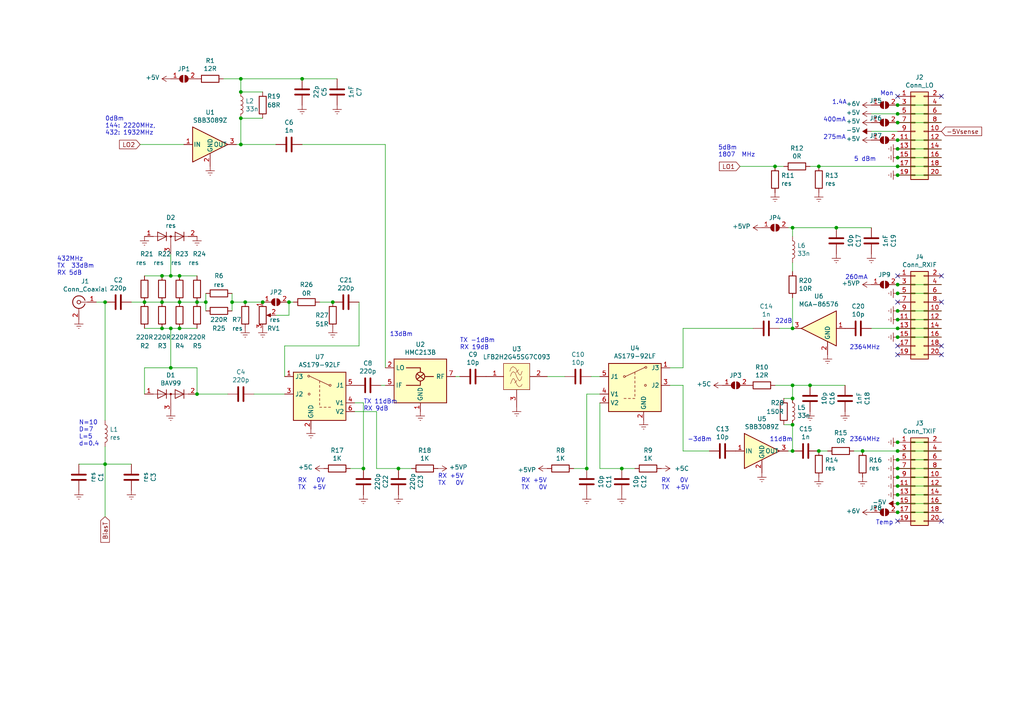
<source format=kicad_sch>
(kicad_sch (version 20211123) (generator eeschema)
  (paper "A4")
  (lib_symbols
    (symbol "Connector:Conn_Coaxial" (pin_names (offset 1.016) hide)
      (property "Reference" "J" (at 0.254 3.048 0))
      (property "Value" "Conn_Coaxial" (at 2.921 0 90))
      (symbol "Conn_Coaxial_1_1"
        (pin passive line (at -5.08 0 0) (length 2.54) (name "In") (number "1"))
        (pin passive line (at 0 -5.08 90) (length 2.54) (name "Ext") (number "2"))
      )
    )
    (symbol "Connector_Generic:Conn_02x10_Odd_Even" (pin_names (offset 1.016) hide)
      (property "Reference" "J" (at 1.27 12.7 0))
      (property "Value" "Conn_02x10_Odd_Even" (at 1.27 -15.24 0))
      (symbol "Conn_02x10_Odd_Even_1_1"
        (pin passive line (at -5.08 10.16 0) (length 3.81) (name "Pin_1") (number "1"))
        (pin passive line (at 7.62 0 180) (length 3.81) (name "Pin_10") (number "10"))
        (pin passive line (at -5.08 -2.54 0) (length 3.81) (name "Pin_11") (number "11"))
        (pin passive line (at 7.62 -2.54 180) (length 3.81) (name "Pin_12") (number "12"))
        (pin passive line (at -5.08 -5.08 0) (length 3.81) (name "Pin_13") (number "13"))
        (pin passive line (at 7.62 -5.08 180) (length 3.81) (name "Pin_14") (number "14"))
        (pin passive line (at -5.08 -7.62 0) (length 3.81) (name "Pin_15") (number "15"))
        (pin passive line (at 7.62 -7.62 180) (length 3.81) (name "Pin_16") (number "16"))
        (pin passive line (at -5.08 -10.16 0) (length 3.81) (name "Pin_17") (number "17"))
        (pin passive line (at 7.62 -10.16 180) (length 3.81) (name "Pin_18") (number "18"))
        (pin passive line (at -5.08 -12.7 0) (length 3.81) (name "Pin_19") (number "19"))
        (pin passive line (at 7.62 10.16 180) (length 3.81) (name "Pin_2") (number "2"))
        (pin passive line (at 7.62 -12.7 180) (length 3.81) (name "Pin_20") (number "20"))
        (pin passive line (at -5.08 7.62 0) (length 3.81) (name "Pin_3") (number "3"))
        (pin passive line (at 7.62 7.62 180) (length 3.81) (name "Pin_4") (number "4"))
        (pin passive line (at -5.08 5.08 0) (length 3.81) (name "Pin_5") (number "5"))
        (pin passive line (at 7.62 5.08 180) (length 3.81) (name "Pin_6") (number "6"))
        (pin passive line (at -5.08 2.54 0) (length 3.81) (name "Pin_7") (number "7"))
        (pin passive line (at 7.62 2.54 180) (length 3.81) (name "Pin_8") (number "8"))
        (pin passive line (at -5.08 0 0) (length 3.81) (name "Pin_9") (number "9"))
      )
    )
    (symbol "Device:C" (pin_numbers hide) (pin_names (offset 0.254))
      (property "Reference" "C" (at 0.635 2.54 0))
      (property "Value" "C" (at 0.635 -2.54 0))
      (symbol "C_1_1"
        (pin passive line (at 0 3.81 270) (length 2.794) (name "~") (number "1"))
        (pin passive line (at 0 -3.81 90) (length 2.794) (name "~") (number "2"))
      )
    )
    (symbol "Device:L" (pin_numbers hide) (pin_names (offset 1.016) hide)
      (property "Reference" "L" (at -1.27 0 90))
      (property "Value" "L" (at 1.905 0 90))
      (symbol "L_1_1"
        (pin passive line (at 0 3.81 270) (length 1.27) (name "1") (number "1"))
        (pin passive line (at 0 -3.81 90) (length 1.27) (name "2") (number "2"))
      )
    )
    (symbol "Device:R" (pin_numbers hide) (pin_names (offset 0))
      (property "Reference" "R" (at 2.032 0 90))
      (property "Value" "R" (at 0 0 90))
      (symbol "R_1_1"
        (pin passive line (at 0 3.81 270) (length 1.27) (name "~") (number "1"))
        (pin passive line (at 0 -3.81 90) (length 1.27) (name "~") (number "2"))
      )
    )
    (symbol "Device:R_POT" (pin_names (offset 1.016) hide)
      (property "Reference" "RV" (at -4.445 0 90))
      (property "Value" "Device_R_POT" (at -2.54 0 90))
      (symbol "R_POT_1_1"
        (pin passive line (at 0 3.81 270) (length 1.27) (name "1") (number "1"))
        (pin passive line (at 3.81 0 180) (length 1.27) (name "2") (number "2"))
        (pin passive line (at 0 -3.81 90) (length 1.27) (name "3") (number "3"))
      )
    )
    (symbol "Diode:BAV99" (pin_names hide)
      (property "Reference" "D" (at 0 5.08 0))
      (property "Value" "BAV99" (at 0 2.54 0))
      (symbol "BAV99_1_1"
        (pin passive line (at -7.62 0 0) (length 2.54) (name "K") (number "1"))
        (pin passive line (at 7.62 0 180) (length 2.54) (name "A") (number "2"))
        (pin passive line (at 0 -5.08 90) (length 2.54) (name "K") (number "3"))
      )
    )
    (symbol "Jumper:SolderJumper_2_Open" (pin_names (offset 0) hide)
      (property "Reference" "JP" (at 0 2.032 0))
      (property "Value" "SolderJumper_2_Open" (at 0 -2.54 0))
      (symbol "SolderJumper_2_Open_1_1"
        (pin passive line (at -3.81 0 0) (length 2.54) (name "A") (number "1"))
        (pin passive line (at 3.81 0 180) (length 2.54) (name "B") (number "2"))
      )
    )
    (symbol "Maarten_Kicad5:LFSN25C16C2450" (pin_names (offset 1.016))
      (property "Reference" "U" (at 0 5.08 0))
      (property "Value" "Maarten_Kicad5_LFSN25C16C2450" (at 7.62 -2.54 0))
      (symbol "LFSN25C16C2450_1_1"
        (pin passive line (at -8.89 0 0) (length 5.08) (name "~") (number "1"))
        (pin passive line (at 8.89 0 180) (length 5.08) (name "~") (number "2"))
        (pin power_in line (at 0 -8.89 90) (length 5.08) (name "~") (number "3"))
        (pin power_in line (at 0 -8.89 90) (length 5.08) hide (name "~") (number "4"))
      )
    )
    (symbol "Maarten_Kicad5:SBB3089Z" (pin_names (offset 0.254))
      (property "Reference" "U" (at 0 3.81 0))
      (property "Value" "Maarten_Kicad5_SBB3089Z" (at 0 -3.81 0))
      (symbol "SBB3089Z_1_1"
        (pin passive line (at -7.62 0 0) (length 2.54) (name "IN") (number "1"))
        (pin power_in line (at 0 -6.35 90) (length 3.81) (name "GND") (number "2"))
        (pin passive line (at 7.62 0 180) (length 2.54) (name "OUT") (number "3"))
      )
    )
    (symbol "RF_Amplifier:PGA-103"
      (property "Reference" "U" (at -1.27 7.62 0))
      (property "Value" "PGA-103" (at 2.54 5.08 0))
      (symbol "PGA-103_1_1"
        (pin input line (at -7.62 0 0) (length 2.54) (name "~") (number "1"))
        (pin power_in line (at -2.54 -7.62 90) (length 3.81) (name "GND") (number "2"))
        (pin output line (at 7.62 0 180) (length 2.54) (name "~") (number "3"))
      )
    )
    (symbol "RF_Switch:AS179-92LF"
      (property "Reference" "U" (at -7.62 7.62 0))
      (property "Value" "AS179-92LF" (at 2.54 7.62 0))
      (symbol "AS179-92LF_1_1"
        (pin passive line (at 10.16 5.08 180) (length 2.54) (name "J3") (number "1"))
        (pin power_in line (at 2.54 -10.16 90) (length 2.54) (name "GND") (number "2"))
        (pin passive line (at 10.16 0 180) (length 2.54) (name "J2") (number "3"))
        (pin input line (at -10.16 -2.54 0) (length 2.54) (name "V1") (number "4"))
        (pin passive line (at -10.16 2.54 0) (length 2.54) (name "J1") (number "5"))
        (pin input line (at -10.16 -5.08 0) (length 2.54) (name "V2") (number "6"))
      )
    )
    (symbol "WaveLab24GHz-rescue:HMC213B-RF_Mixer"
      (property "Reference" "U" (at -6.35 8.89 0))
      (property "Value" "HMC213B-RF_Mixer" (at 5.08 8.89 0))
      (symbol "HMC213B-RF_Mixer_1_1"
        (pin power_in line (at 0 -7.62 90) (length 2.54) (name "GND") (number "1"))
        (pin passive line (at -10.16 5.08 0) (length 2.54) (name "LO") (number "2"))
        (pin passive line (at 0 -7.62 90) (length 2.54) hide (name "GND") (number "3"))
        (pin no_connect line (at 5.08 -5.08 90) (length 2.54) hide (name "NC") (number "4"))
        (pin passive line (at -10.16 0 0) (length 2.54) (name "IF") (number "5"))
        (pin passive line (at 0 -7.62 90) (length 2.54) hide (name "GND") (number "6"))
        (pin passive line (at 10.16 2.54 180) (length 2.54) (name "RF") (number "7"))
        (pin passive line (at 0 -7.62 90) (length 2.54) hide (name "GND") (number "8"))
      )
    )
    (symbol "power:+5C" (power) (pin_names (offset 0))
      (property "Value" "+5C" (at 0 3.556 0))
      (symbol "+5C_1_1"
        (pin power_in line (at 0 0 90) (length 0) hide (name "+5C") (number "1"))
      )
    )
    (symbol "power:+5V" (power) (pin_names (offset 0))
      (property "Value" "+5V" (at 0 3.556 0))
      (symbol "+5V_1_1"
        (pin power_in line (at 0 0 90) (length 0) hide (name "+5V") (number "1"))
      )
    )
    (symbol "power:+5VP" (power) (pin_names (offset 0))
      (property "Value" "+5VP" (at 0 3.556 0))
      (symbol "+5VP_1_1"
        (pin power_in line (at 0 0 90) (length 0) hide (name "+5VP") (number "1"))
      )
    )
    (symbol "power:+6V" (power) (pin_names (offset 0))
      (property "Value" "+6V" (at 0 3.556 0))
      (symbol "+6V_1_1"
        (pin power_in line (at 0 0 90) (length 0) hide (name "+6V") (number "1"))
      )
    )
    (symbol "power:-5V" (power) (pin_names (offset 0))
      (property "Value" "-5V" (at 0 3.81 0))
      (symbol "-5V_0_0"
        (pin power_in line (at 0 0 90) (length 0) hide (name "-5V") (number "1"))
      )
    )
    (symbol "power:GNDREF" (power) (pin_names (offset 0))
      (property "Value" "GNDREF" (at 0 -3.81 0))
      (symbol "GNDREF_1_1"
        (pin power_in line (at 0 0 270) (length 0) hide (name "GNDREF") (number "1"))
      )
    )
  )
  (junction (at 49.53 106.68))
  (junction (at 76.2 87.63))
  (junction (at 224.79 48.26))
  (junction (at 229.87 111.76))
  (junction (at 229.87 130.81))
  (junction (at 229.87 115.57))
  (junction (at 170.18 135.89))
  (junction (at 237.49 48.26))
  (junction (at 260.35 140.97))
  (junction (at 69.85 22.86))
  (junction (at 41.91 87.63))
  (junction (at 250.19 130.81))
  (junction (at 260.35 92.71))
  (junction (at 260.35 50.8))
  (junction (at 229.87 95.25))
  (junction (at 105.41 135.89))
  (junction (at 242.57 66.04))
  (junction (at 87.63 22.86))
  (junction (at 260.35 48.26))
  (junction (at 260.35 135.89))
  (junction (at 52.07 95.25))
  (junction (at 69.85 34.29))
  (junction (at 234.95 111.76))
  (junction (at 260.35 148.59))
  (junction (at 260.35 130.81))
  (junction (at 96.52 87.63))
  (junction (at 260.35 35.56))
  (junction (at 49.53 80.01))
  (junction (at 260.35 33.02))
  (junction (at 52.07 80.01))
  (junction (at 237.49 130.81))
  (junction (at 69.85 26.67))
  (junction (at 229.87 66.04))
  (junction (at 260.35 146.05))
  (junction (at 83.82 87.63))
  (junction (at 30.48 134.62))
  (junction (at 59.69 87.63))
  (junction (at 260.35 128.27))
  (junction (at 260.35 43.18))
  (junction (at 260.35 85.09))
  (junction (at 52.07 87.63))
  (junction (at 46.99 87.63))
  (junction (at 57.15 114.3))
  (junction (at 69.85 41.91))
  (junction (at 260.35 82.55))
  (junction (at 30.48 87.63))
  (junction (at 49.53 95.25))
  (junction (at 46.99 95.25))
  (junction (at 115.57 135.89))
  (junction (at 260.35 133.35))
  (junction (at 180.34 135.89))
  (junction (at 260.35 143.51))
  (junction (at 260.35 45.72))
  (junction (at 260.35 40.64))
  (junction (at 46.99 80.01))
  (junction (at 260.35 138.43))
  (junction (at 260.35 30.48))
  (junction (at 260.35 90.17))
  (junction (at 260.35 97.79))
  (junction (at 229.87 123.19))
  (junction (at 260.35 95.25))
  (junction (at 57.15 87.63))
  (junction (at 71.12 87.63))
  (junction (at 67.31 87.63))
  (no_connect (at 260.35 80.01))
  (no_connect (at 260.35 151.13))
  (no_connect (at 260.35 100.33))
  (no_connect (at 273.05 87.63))
  (no_connect (at 273.05 100.33))
  (no_connect (at 273.05 27.94))
  (no_connect (at 260.35 27.94))
  (no_connect (at 260.35 102.87))
  (no_connect (at 273.05 80.01))
  (no_connect (at 260.35 87.63))
  (no_connect (at 273.05 102.87))
  (no_connect (at 273.05 151.13))
  (wire (pts (xy 229.87 115.57) (xy 229.87 111.76)))
  (wire (pts (xy 67.31 87.63) (xy 67.31 90.17)))
  (wire (pts (xy 49.53 80.01) (xy 52.07 80.01)))
  (wire (pts (xy 260.35 50.8) (xy 273.05 50.8)))
  (wire (pts (xy 226.06 95.25) (xy 229.87 95.25)))
  (wire (pts (xy 234.95 111.76) (xy 245.11 111.76)))
  (wire (pts (xy 247.65 130.81) (xy 250.19 130.81)))
  (wire (pts (xy 80.01 91.44) (xy 83.82 91.44)))
  (wire (pts (xy 82.55 114.3) (xy 73.66 114.3)))
  (wire (pts (xy 229.87 111.76) (xy 234.95 111.76)))
  (wire (pts (xy 46.99 80.01) (xy 49.53 80.01)))
  (wire (pts (xy 105.41 116.84) (xy 102.87 116.84)))
  (wire (pts (xy 105.41 135.89) (xy 101.6 135.89)))
  (wire (pts (xy 273.05 35.56) (xy 260.35 35.56)))
  (wire (pts (xy 30.48 134.62) (xy 22.86 134.62)))
  (wire (pts (xy 229.87 66.04) (xy 228.6 66.04)))
  (wire (pts (xy 273.05 146.05) (xy 260.35 146.05)))
  (wire (pts (xy 85.09 87.63) (xy 83.82 87.63)))
  (wire (pts (xy 273.05 85.09) (xy 260.35 85.09)))
  (wire (pts (xy 111.76 41.91) (xy 111.76 106.68)))
  (wire (pts (xy 27.94 87.63) (xy 30.48 87.63)))
  (wire (pts (xy 49.53 106.68) (xy 57.15 106.68)))
  (wire (pts (xy 242.57 66.04) (xy 252.73 66.04)))
  (wire (pts (xy 273.05 138.43) (xy 260.35 138.43)))
  (wire (pts (xy 30.48 129.54) (xy 30.48 134.62)))
  (wire (pts (xy 229.87 86.36) (xy 229.87 95.25)))
  (wire (pts (xy 273.05 148.59) (xy 260.35 148.59)))
  (wire (pts (xy 229.87 66.04) (xy 242.57 66.04)))
  (wire (pts (xy 69.85 26.67) (xy 69.85 22.86)))
  (wire (pts (xy 49.53 95.25) (xy 52.07 95.25)))
  (wire (pts (xy 102.87 119.38) (xy 109.22 119.38)))
  (wire (pts (xy 229.87 111.76) (xy 224.79 111.76)))
  (wire (pts (xy 59.69 87.63) (xy 59.69 90.17)))
  (wire (pts (xy 273.05 95.25) (xy 260.35 95.25)))
  (wire (pts (xy 59.69 85.09) (xy 59.69 87.63)))
  (wire (pts (xy 46.99 95.25) (xy 49.53 95.25)))
  (wire (pts (xy 38.1 134.62) (xy 30.48 134.62)))
  (wire (pts (xy 229.87 130.81) (xy 228.6 130.81)))
  (wire (pts (xy 66.04 114.3) (xy 57.15 114.3)))
  (wire (pts (xy 198.12 95.25) (xy 218.44 95.25)))
  (wire (pts (xy 71.12 87.63) (xy 76.2 87.63)))
  (wire (pts (xy 40.64 41.91) (xy 53.34 41.91)))
  (wire (pts (xy 229.87 115.57) (xy 227.33 115.57)))
  (wire (pts (xy 184.15 135.89) (xy 180.34 135.89)))
  (wire (pts (xy 273.05 143.51) (xy 260.35 143.51)))
  (wire (pts (xy 133.35 109.22) (xy 132.08 109.22)))
  (wire (pts (xy 57.15 87.63) (xy 59.69 87.63)))
  (wire (pts (xy 240.03 130.81) (xy 237.49 130.81)))
  (wire (pts (xy 229.87 68.58) (xy 229.87 66.04)))
  (wire (pts (xy 260.35 30.48) (xy 273.05 30.48)))
  (wire (pts (xy 273.05 133.35) (xy 260.35 133.35)))
  (wire (pts (xy 198.12 106.68) (xy 198.12 95.25)))
  (wire (pts (xy 273.05 45.72) (xy 260.35 45.72)))
  (wire (pts (xy 41.91 80.01) (xy 46.99 80.01)))
  (wire (pts (xy 82.55 100.33) (xy 104.14 100.33)))
  (wire (pts (xy 198.12 111.76) (xy 194.31 111.76)))
  (wire (pts (xy 46.99 87.63) (xy 52.07 87.63)))
  (wire (pts (xy 52.07 80.01) (xy 57.15 80.01)))
  (wire (pts (xy 105.41 116.84) (xy 105.41 135.89)))
  (wire (pts (xy 205.74 130.81) (xy 198.12 130.81)))
  (wire (pts (xy 260.35 33.02) (xy 273.05 33.02)))
  (wire (pts (xy 273.05 90.17) (xy 260.35 90.17)))
  (wire (pts (xy 69.85 22.86) (xy 87.63 22.86)))
  (wire (pts (xy 67.31 85.09) (xy 67.31 87.63)))
  (wire (pts (xy 173.99 135.89) (xy 173.99 116.84)))
  (wire (pts (xy 260.35 48.26) (xy 237.49 48.26)))
  (wire (pts (xy 229.87 130.81) (xy 229.87 123.19)))
  (wire (pts (xy 260.35 130.81) (xy 250.19 130.81)))
  (wire (pts (xy 273.05 92.71) (xy 260.35 92.71)))
  (wire (pts (xy 41.91 106.68) (xy 49.53 106.68)))
  (wire (pts (xy 273.05 40.64) (xy 260.35 40.64)))
  (wire (pts (xy 52.07 95.25) (xy 57.15 95.25)))
  (wire (pts (xy 83.82 87.63) (xy 83.82 91.44)))
  (wire (pts (xy 273.05 130.81) (xy 260.35 130.81)))
  (wire (pts (xy 260.35 33.02) (xy 252.73 33.02)))
  (wire (pts (xy 180.34 135.89) (xy 173.99 135.89)))
  (wire (pts (xy 69.85 22.86) (xy 64.77 22.86)))
  (wire (pts (xy 170.18 114.3) (xy 173.99 114.3)))
  (wire (pts (xy 163.83 109.22) (xy 158.75 109.22)))
  (wire (pts (xy 80.01 41.91) (xy 69.85 41.91)))
  (wire (pts (xy 170.18 135.89) (xy 166.37 135.89)))
  (wire (pts (xy 170.18 114.3) (xy 170.18 135.89)))
  (wire (pts (xy 111.76 111.76) (xy 110.49 111.76)))
  (wire (pts (xy 67.31 87.63) (xy 71.12 87.63)))
  (wire (pts (xy 82.55 100.33) (xy 82.55 109.22)))
  (wire (pts (xy 229.87 123.19) (xy 227.33 123.19)))
  (wire (pts (xy 119.38 135.89) (xy 115.57 135.89)))
  (wire (pts (xy 260.35 38.1) (xy 252.73 38.1)))
  (wire (pts (xy 173.99 109.22) (xy 171.45 109.22)))
  (wire (pts (xy 57.15 106.68) (xy 57.15 114.3)))
  (wire (pts (xy 198.12 130.81) (xy 198.12 111.76)))
  (wire (pts (xy 115.57 135.89) (xy 109.22 135.89)))
  (wire (pts (xy 69.85 34.29) (xy 69.85 41.91)))
  (wire (pts (xy 273.05 43.18) (xy 260.35 43.18)))
  (wire (pts (xy 273.05 82.55) (xy 260.35 82.55)))
  (wire (pts (xy 273.05 48.26) (xy 260.35 48.26)))
  (wire (pts (xy 30.48 87.63) (xy 30.48 121.92)))
  (wire (pts (xy 46.99 95.25) (xy 41.91 95.25)))
  (wire (pts (xy 194.31 106.68) (xy 198.12 106.68)))
  (wire (pts (xy 260.35 95.25) (xy 252.73 95.25)))
  (wire (pts (xy 229.87 76.2) (xy 229.87 78.74)))
  (wire (pts (xy 87.63 22.86) (xy 97.79 22.86)))
  (wire (pts (xy 227.33 48.26) (xy 224.79 48.26)))
  (wire (pts (xy 104.14 87.63) (xy 104.14 100.33)))
  (wire (pts (xy 76.2 26.67) (xy 69.85 26.67)))
  (wire (pts (xy 49.53 73.66) (xy 49.53 80.01)))
  (wire (pts (xy 52.07 87.63) (xy 57.15 87.63)))
  (wire (pts (xy 273.05 97.79) (xy 260.35 97.79)))
  (wire (pts (xy 49.53 95.25) (xy 49.53 106.68)))
  (wire (pts (xy 30.48 134.62) (xy 30.48 149.86)))
  (wire (pts (xy 38.1 87.63) (xy 41.91 87.63)))
  (wire (pts (xy 234.95 48.26) (xy 237.49 48.26)))
  (wire (pts (xy 69.85 41.91) (xy 68.58 41.91)))
  (wire (pts (xy 41.91 87.63) (xy 46.99 87.63)))
  (wire (pts (xy 76.2 34.29) (xy 69.85 34.29)))
  (wire (pts (xy 224.79 48.26) (xy 214.63 48.26)))
  (wire (pts (xy 96.52 87.63) (xy 92.71 87.63)))
  (wire (pts (xy 109.22 119.38) (xy 109.22 135.89)))
  (wire (pts (xy 111.76 41.91) (xy 87.63 41.91)))
  (wire (pts (xy 273.05 135.89) (xy 260.35 135.89)))
  (wire (pts (xy 41.91 114.3) (xy 41.91 106.68)))
  (wire (pts (xy 273.05 128.27) (xy 260.35 128.27)))
  (wire (pts (xy 273.05 140.97) (xy 260.35 140.97)))
  (text "TX 11dBm\nRX 9dB" (at 105.41 119.38 0) (effects (font (size 1.27 1.27)) (justify left bottom)))
  (text "260mA" (at 245.11 81.28 0) (effects (font (size 1.27 1.27)) (justify left bottom)))
  (text "Temp" (at 254 152.4 0) (effects (font (size 1.27 1.27)) (justify left bottom)))
  (text "RX +5V\nTX   0V" (at 127 140.97 0) (effects (font (size 1.27 1.27)) (justify left bottom)))
  (text "275mA" (at 238.76 40.64 0) (effects (font (size 1.27 1.27)) (justify left bottom)))
  (text " 11dBm" (at 222.25 128.27 0) (effects (font (size 1.27 1.27)) (justify left bottom)))
  (text "-3dBm" (at 199.39 128.27 0) (effects (font (size 1.27 1.27)) (justify left bottom)))
  (text "432MHz\nTX  33dBm\nRX 5dB" (at 16.51 80.01 0) (effects (font (size 1.27 1.27)) (justify left bottom)))
  (text "22dB" (at 224.79 93.98 0) (effects (font (size 1.27 1.27)) (justify left bottom)))
  (text "TX -1dBm\nRX 19dB" (at 133.35 101.6 0) (effects (font (size 1.27 1.27)) (justify left bottom)))
  (text "1.4A" (at 241.3 30.48 0) (effects (font (size 1.27 1.27)) (justify left bottom)))
  (text "N=10\nD=7\nL=5\nd=0.4" (at 22.86 129.54 0) (effects (font (size 1.27 1.27)) (justify left bottom)))
  (text "0dBm\n144: 2220MHz,\n432: 1932MHz" (at 30.48 39.37 0) (effects (font (size 1.27 1.27)) (justify left bottom)))
  (text "2364MHz" (at 246.38 101.6 0) (effects (font (size 1.27 1.27)) (justify left bottom)))
  (text "RX   0V\nTX  +5V" (at 86.36 142.24 0) (effects (font (size 1.27 1.27)) (justify left bottom)))
  (text "RX +5V\nTX   0V" (at 151.13 142.24 0) (effects (font (size 1.27 1.27)) (justify left bottom)))
  (text "RX   0V\nTX  +5V" (at 191.77 142.24 0) (effects (font (size 1.27 1.27)) (justify left bottom)))
  (text "Mon" (at 255.27 27.94 0) (effects (font (size 1.27 1.27)) (justify left bottom)))
  (text "400mA" (at 238.76 35.56 0) (effects (font (size 1.27 1.27)) (justify left bottom)))
  (text "13dBm" (at 113.03 97.79 0) (effects (font (size 1.27 1.27)) (justify left bottom)))
  (text "2364MHz \n" (at 246.38 128.27 0) (effects (font (size 1.27 1.27)) (justify left bottom)))
  (text "5 dBm" (at 247.65 46.99 0) (effects (font (size 1.27 1.27)) (justify left bottom)))
  (text "5dBm\n1807  MHz" (at 208.28 45.72 0) (effects (font (size 1.27 1.27)) (justify left bottom)))
  (global_label "-5Vsense" (shape input) (at 273.05 38.1 0) (property "Intersheet References" "${INTERSHEET_REFS}" (effects hide)))
  (global_label "BiasT" (shape input) (at 30.48 149.86 270) (property "Intersheet References" "${INTERSHEET_REFS}" (effects hide)))
  (global_label "LO2" (shape input) (at 40.64 41.91 180) (property "Intersheet References" "${INTERSHEET_REFS}" (effects hide)))
  (global_label "LO1" (shape input) (at 214.63 48.26 180) (property "Intersheet References" "${INTERSHEET_REFS}" (effects hide)))
  (symbol (lib_id "power:-5V") (at 260.35 146.05 90) (unit 1)
    (property "Reference" "#PWR050" (effects hide))
    (property "Value" "-5V" (at 257.0988 145.669 90) (effects (justify left)))
  )
  (symbol (lib_id "power:+6V") (at 252.73 148.59 90) (unit 1)
    (property "Reference" "#PWR039" (effects hide))
    (property "Value" "+6V" (at 249.4788 148.209 90) (effects (justify left)))
  )
  (symbol (lib_id "power:GNDREF") (at 260.35 128.27 270) (unit 1)
    (property "Reference" "#PWR044" (effects hide))
    (property "Value" "GNDREF" (effects hide))
  )
  (symbol (lib_id "power:GNDREF") (at 260.35 133.35 270) (unit 1)
    (property "Reference" "#PWR045" (effects hide))
    (property "Value" "GNDREF" (effects hide))
  )
  (symbol (lib_id "power:GNDREF") (at 260.35 138.43 270) (unit 1)
    (property "Reference" "#PWR047" (effects hide))
    (property "Value" "GNDREF" (effects hide))
  )
  (symbol (lib_id "power:GNDREF") (at 260.35 135.89 270) (unit 1)
    (property "Reference" "#PWR046" (effects hide))
    (property "Value" "GNDREF" (effects hide))
  )
  (symbol (lib_id "power:GNDREF") (at 260.35 140.97 270) (unit 1)
    (property "Reference" "#PWR048" (effects hide))
    (property "Value" "GNDREF" (effects hide))
  )
  (symbol (lib_id "WaveLab24GHz-rescue:HMC213B-RF_Mixer") (at 121.92 111.76 0) (unit 1)
    (property "Reference" "U2" (at 121.92 99.8982 0))
    (property "Value" "HMC213B" (at 121.92 102.2096 0))
    (property "Footprint" "Package_SO:MSOP-8_3x3mm_P0.65mm" (effects hide))
    (property "Datasheet" "https://www.analog.com/media/en/technical-documentation/data-sheets/hmc213B.pdf" (effects hide))
  )
  (symbol (lib_id "power:GNDREF") (at 121.92 119.38 0) (unit 1)
    (property "Reference" "#PWR013" (effects hide))
    (property "Value" "GNDREF" (effects hide))
  )
  (symbol (lib_id "power:GNDREF") (at 260.35 85.09 270) (unit 1)
    (property "Reference" "#PWR051" (effects hide))
    (property "Value" "GNDREF" (effects hide))
  )
  (symbol (lib_id "power:GNDREF") (at 260.35 90.17 270) (unit 1)
    (property "Reference" "#PWR052" (effects hide))
    (property "Value" "GNDREF" (effects hide))
  )
  (symbol (lib_id "power:GNDREF") (at 260.35 92.71 270) (unit 1)
    (property "Reference" "#PWR053" (effects hide))
    (property "Value" "GNDREF" (effects hide))
  )
  (symbol (lib_id "power:GNDREF") (at 260.35 97.79 270) (unit 1)
    (property "Reference" "#PWR054" (effects hide))
    (property "Value" "GNDREF" (effects hide))
  )
  (symbol (lib_id "power:GNDREF") (at 260.35 45.72 270) (unit 1)
    (property "Reference" "#PWR042" (effects hide))
    (property "Value" "GNDREF" (effects hide))
  )
  (symbol (lib_id "power:GNDREF") (at 260.35 50.8 270) (unit 1)
    (property "Reference" "#PWR043" (effects hide))
    (property "Value" "GNDREF" (effects hide))
  )
  (symbol (lib_id "power:GNDREF") (at 260.35 43.18 270) (unit 1)
    (property "Reference" "#PWR041" (effects hide))
    (property "Value" "GNDREF" (effects hide))
  )
  (symbol (lib_id "power:+6V") (at 252.73 30.48 90) (unit 1)
    (property "Reference" "#PWR034" (effects hide))
    (property "Value" "+6V" (at 249.4788 30.099 90) (effects (justify left)))
  )
  (symbol (lib_id "power:+5V") (at 252.73 35.56 90) (unit 1)
    (property "Reference" "#PWR036" (effects hide))
    (property "Value" "+5V" (at 249.4788 35.179 90) (effects (justify left)))
  )
  (symbol (lib_id "power:-5V") (at 252.73 38.1 90) (unit 1)
    (property "Reference" "#PWR037" (effects hide))
    (property "Value" "-5V" (at 249.4788 37.719 90) (effects (justify left)))
  )
  (symbol (lib_id "power:+5V") (at 252.73 40.64 90) (unit 1)
    (property "Reference" "#PWR038" (effects hide))
    (property "Value" "+5V" (at 249.4788 40.259 90) (effects (justify left)))
  )
  (symbol (lib_id "power:GNDREF") (at 22.86 92.71 0) (unit 1)
    (property "Reference" "#PWR01" (effects hide))
    (property "Value" "GNDREF" (effects hide))
  )
  (symbol (lib_id "Device:C") (at 34.29 87.63 270) (unit 1)
    (property "Reference" "C2" (at 34.29 81.2292 90))
    (property "Value" "220p" (at 34.29 83.5406 90))
    (property "Footprint" "Capacitor_SMD:C_0805_2012Metric_Pad1.18x1.45mm_HandSolder" (effects hide))
  )
  (symbol (lib_id "Device:R") (at 46.99 91.44 0) (unit 1)
    (property "Reference" "R3" (at 45.72 100.33 0) (effects (justify left)))
    (property "Value" "220R" (at 44.45 97.79 0) (effects (justify left)))
    (property "Footprint" "Resistor_SMD:R_1206_3216Metric_Pad1.30x1.75mm_HandSolder" (effects hide))
  )
  (symbol (lib_id "Device:R") (at 52.07 91.44 0) (unit 1)
    (property "Reference" "R4" (at 50.8 100.33 0) (effects (justify left)))
    (property "Value" "220R" (at 49.53 97.79 0) (effects (justify left)))
    (property "Footprint" "Resistor_SMD:R_1206_3216Metric_Pad1.30x1.75mm_HandSolder" (effects hide))
  )
  (symbol (lib_id "Device:R") (at 63.5 85.09 270) (unit 1)
    (property "Reference" "R6" (at 63.5 80.01 90))
    (property "Value" "res" (at 63.5 82.55 90))
    (property "Footprint" "Resistor_SMD:R_1206_3216Metric_Pad1.30x1.75mm_HandSolder" (effects hide))
  )
  (symbol (lib_id "Device:R") (at 71.12 91.44 0) (unit 1)
    (property "Reference" "R7" (at 67.31 92.71 0) (effects (justify left)))
    (property "Value" "res" (at 67.31 95.25 0) (effects (justify left)))
    (property "Footprint" "Resistor_SMD:R_0805_2012Metric_Pad1.20x1.40mm_HandSolder" (effects hide))
  )
  (symbol (lib_id "power:GNDREF") (at 71.12 95.25 0) (unit 1)
    (property "Reference" "#PWR011" (effects hide))
    (property "Value" "GNDREF" (effects hide))
  )
  (symbol (lib_id "Device:C") (at 233.68 130.81 270) (unit 1)
    (property "Reference" "C15" (at 233.68 124.4092 90))
    (property "Value" "1n" (at 233.68 126.7206 90))
    (property "Footprint" "Capacitor_SMD:C_0805_2012Metric_Pad1.18x1.45mm_HandSolder" (effects hide))
  )
  (symbol (lib_id "Device:C") (at 209.55 130.81 270) (unit 1)
    (property "Reference" "C13" (at 209.55 124.4092 90))
    (property "Value" "10p" (at 209.55 126.7206 90))
    (property "Footprint" "Capacitor_SMD:C_0805_2012Metric_Pad1.18x1.45mm_HandSolder" (effects hide))
  )
  (symbol (lib_id "power:GNDREF") (at 220.98 137.16 0) (unit 1)
    (property "Reference" "#PWR023" (effects hide))
    (property "Value" "GNDREF" (effects hide))
  )
  (symbol (lib_id "Device:L") (at 229.87 119.38 0) (unit 1)
    (property "Reference" "L5" (at 231.2162 118.2116 0) (effects (justify left)))
    (property "Value" "33n" (at 231.2162 120.523 0) (effects (justify left)))
    (property "Footprint" "Inductor_SMD:L_0805_2012Metric_Pad1.15x1.40mm_HandSolder" (effects hide))
  )
  (symbol (lib_id "Device:C") (at 245.11 115.57 180) (unit 1)
    (property "Reference" "C18" (at 251.5108 115.57 90))
    (property "Value" "1nF" (at 249.1994 115.57 90))
    (property "Footprint" "Capacitor_SMD:C_0805_2012Metric_Pad1.18x1.45mm_HandSolder" (effects hide))
  )
  (symbol (lib_id "Device:C") (at 234.95 115.57 180) (unit 1)
    (property "Reference" "C16" (at 241.3508 115.57 90))
    (property "Value" "10p" (at 239.0394 115.57 90))
    (property "Footprint" "Capacitor_SMD:C_0805_2012Metric_Pad1.18x1.45mm_HandSolder" (effects hide))
  )
  (symbol (lib_id "power:GNDREF") (at 234.95 119.38 0) (unit 1)
    (property "Reference" "#PWR026" (effects hide))
    (property "Value" "GNDREF" (effects hide))
  )
  (symbol (lib_id "power:GNDREF") (at 245.11 119.38 0) (unit 1)
    (property "Reference" "#PWR029" (effects hide))
    (property "Value" "GNDREF" (effects hide))
  )
  (symbol (lib_id "Device:R") (at 220.98 111.76 270) (unit 1)
    (property "Reference" "R10" (at 220.98 106.5022 90))
    (property "Value" "12R" (at 220.98 108.8136 90))
    (property "Footprint" "Resistor_SMD:R_0805_2012Metric_Pad1.20x1.40mm_HandSolder" (effects hide))
  )
  (symbol (lib_id "Device:R") (at 57.15 91.44 0) (unit 1)
    (property "Reference" "R5" (at 55.88 100.33 0) (effects (justify left)))
    (property "Value" "220R" (at 54.61 97.79 0) (effects (justify left)))
    (property "Footprint" "Resistor_SMD:R_1206_3216Metric_Pad1.30x1.75mm_HandSolder" (effects hide))
  )
  (symbol (lib_id "Device:R") (at 41.91 91.44 0) (unit 1)
    (property "Reference" "R2" (at 40.64 100.33 0) (effects (justify left)))
    (property "Value" "220R" (at 39.37 97.79 0) (effects (justify left)))
    (property "Footprint" "Resistor_SMD:R_1206_3216Metric_Pad1.30x1.75mm_HandSolder" (effects hide))
  )
  (symbol (lib_id "Connector_Generic:Conn_02x10_Odd_Even") (at 265.43 38.1 0) (unit 1)
    (property "Reference" "J2" (at 266.7 22.4282 0))
    (property "Value" "Conn_LO" (at 266.7 24.7396 0))
    (property "Footprint" "my_library:PinHeader_24GHz-NP" (effects hide))
  )
  (symbol (lib_id "Connector:Conn_Coaxial") (at 22.86 87.63 0) (mirror y) (unit 1)
    (property "Reference" "J1" (at 24.6888 81.5848 0))
    (property "Value" "Conn_Coaxial" (at 24.6888 83.8962 0))
    (property "Footprint" "my_library:SMA_side_PCB" (effects hide))
    (property "Datasheet" " ~" (effects hide))
  )
  (symbol (lib_id "power:+5V") (at 252.73 33.02 90) (unit 1)
    (property "Reference" "#PWR035" (effects hide))
    (property "Value" "+5V" (at 249.4788 32.639 90) (effects (justify left)))
  )
  (symbol (lib_id "Connector_Generic:Conn_02x10_Odd_Even") (at 265.43 138.43 0) (unit 1)
    (property "Reference" "J3" (at 266.7 122.7582 0))
    (property "Value" "Conn_TXIF" (at 266.7 125.0696 0))
    (property "Footprint" "my_library:PinHeader_24GHz-NP" (effects hide))
  )
  (symbol (lib_id "Connector_Generic:Conn_02x10_Odd_Even") (at 265.43 90.17 0) (unit 1)
    (property "Reference" "J4" (at 266.7 74.4982 0))
    (property "Value" "Conn_RXIF" (at 266.7 76.8096 0))
    (property "Footprint" "my_library:PinHeader_24GHz-NP" (effects hide))
  )
  (symbol (lib_id "Device:C") (at 106.68 111.76 270) (unit 1)
    (property "Reference" "C8" (at 106.68 105.3592 90))
    (property "Value" "220p" (at 106.68 107.6706 90))
    (property "Footprint" "Capacitor_SMD:C_0805_2012Metric_Pad1.18x1.45mm_HandSolder" (effects hide))
  )
  (symbol (lib_id "power:GNDREF") (at 260.35 143.51 270) (unit 1)
    (property "Reference" "#PWR049" (effects hide))
    (property "Value" "GNDREF" (effects hide))
  )
  (symbol (lib_id "power:+5VP") (at 252.73 82.55 90) (unit 1)
    (property "Reference" "#PWR040" (effects hide))
    (property "Value" "+5VP" (at 249.4788 82.169 90) (effects (justify left)))
  )
  (symbol (lib_id "Device:R") (at 224.79 52.07 0) (unit 1)
    (property "Reference" "R11" (at 226.568 50.9016 0) (effects (justify left)))
    (property "Value" "res" (at 226.568 53.213 0) (effects (justify left)))
    (property "Footprint" "Resistor_SMD:R_0805_2012Metric_Pad1.20x1.40mm_HandSolder" (effects hide))
  )
  (symbol (lib_id "Device:R") (at 237.49 52.07 0) (unit 1)
    (property "Reference" "R13" (at 239.268 50.9016 0) (effects (justify left)))
    (property "Value" "res" (at 239.268 53.213 0) (effects (justify left)))
    (property "Footprint" "Resistor_SMD:R_0805_2012Metric_Pad1.20x1.40mm_HandSolder" (effects hide))
  )
  (symbol (lib_id "Device:R") (at 231.14 48.26 270) (unit 1)
    (property "Reference" "R12" (at 231.14 43.0022 90))
    (property "Value" "0R" (at 231.14 45.3136 90))
    (property "Footprint" "Resistor_SMD:R_1206_3216Metric_Pad1.30x1.75mm_HandSolder" (effects hide))
  )
  (symbol (lib_id "power:GNDREF") (at 224.79 55.88 0) (unit 1)
    (property "Reference" "#PWR025" (effects hide))
    (property "Value" "GNDREF" (effects hide))
  )
  (symbol (lib_id "power:GNDREF") (at 237.49 55.88 0) (unit 1)
    (property "Reference" "#PWR028" (effects hide))
    (property "Value" "GNDREF" (effects hide))
  )
  (symbol (lib_id "Device:C") (at 83.82 41.91 270) (unit 1)
    (property "Reference" "C6" (at 83.82 35.5092 90))
    (property "Value" "1n" (at 83.82 37.8206 90))
    (property "Footprint" "Capacitor_SMD:C_0805_2012Metric_Pad1.18x1.45mm_HandSolder" (effects hide))
  )
  (symbol (lib_id "Device:L") (at 69.85 30.48 0) (unit 1)
    (property "Reference" "L2" (at 71.1962 29.3116 0) (effects (justify left)))
    (property "Value" "33n" (at 71.1962 31.623 0) (effects (justify left)))
    (property "Footprint" "Inductor_SMD:L_0805_2012Metric_Pad1.15x1.40mm_HandSolder" (effects hide))
  )
  (symbol (lib_id "Device:C") (at 97.79 26.67 180) (unit 1)
    (property "Reference" "C7" (at 104.1908 26.67 90))
    (property "Value" "1nF" (at 101.8794 26.67 90))
    (property "Footprint" "Capacitor_SMD:C_0805_2012Metric_Pad1.18x1.45mm_HandSolder" (effects hide))
  )
  (symbol (lib_id "Device:C") (at 87.63 26.67 180) (unit 1)
    (property "Reference" "C5" (at 94.0308 26.67 90))
    (property "Value" "22p" (at 91.7194 26.67 90))
    (property "Footprint" "Capacitor_SMD:C_0805_2012Metric_Pad1.18x1.45mm_HandSolder" (effects hide))
  )
  (symbol (lib_id "power:GNDREF") (at 87.63 30.48 0) (unit 1)
    (property "Reference" "#PWR08" (effects hide))
    (property "Value" "GNDREF" (effects hide))
  )
  (symbol (lib_id "power:GNDREF") (at 97.79 30.48 0) (unit 1)
    (property "Reference" "#PWR010" (effects hide))
    (property "Value" "GNDREF" (effects hide))
  )
  (symbol (lib_id "Device:R") (at 60.96 22.86 270) (unit 1)
    (property "Reference" "R1" (at 60.96 17.6022 90))
    (property "Value" "12R" (at 60.96 19.9136 90))
    (property "Footprint" "Resistor_SMD:R_0805_2012Metric_Pad1.20x1.40mm_HandSolder" (effects hide))
  )
  (symbol (lib_id "RF_Amplifier:PGA-103") (at 237.49 95.25 0) (mirror y) (unit 1)
    (property "Reference" "U6" (at 237.49 85.9282 0))
    (property "Value" "MGA-86576" (at 237.49 88.2396 0))
    (property "Footprint" "Maarten_Kicad6:MGA-86576" (effects hide))
    (property "Datasheet" "https://www.minicircuits.com/pdfs/PGA-103+.pdf" (effects hide))
  )
  (symbol (lib_id "power:+5VP") (at 220.98 66.04 90) (unit 1)
    (property "Reference" "#PWR024" (effects hide))
    (property "Value" "+5VP" (at 217.7288 65.659 90) (effects (justify left)))
  )
  (symbol (lib_id "Device:C") (at 248.92 95.25 270) (unit 1)
    (property "Reference" "C20" (at 248.92 88.8492 90))
    (property "Value" "10p" (at 248.92 91.1606 90))
    (property "Footprint" "Capacitor_SMD:C_0805_2012Metric_Pad1.18x1.45mm_HandSolder" (effects hide))
  )
  (symbol (lib_id "Device:C") (at 167.64 109.22 270) (unit 1)
    (property "Reference" "C10" (at 167.64 102.8192 90))
    (property "Value" "10p" (at 167.64 105.1306 90))
    (property "Footprint" "Capacitor_SMD:C_0805_2012Metric_Pad1.18x1.45mm_HandSolder" (effects hide))
  )
  (symbol (lib_id "Jumper:SolderJumper_2_Open") (at 256.54 82.55 0) (unit 1)
    (property "Reference" "JP9" (at 256.54 79.6798 0))
    (property "Value" "S" (effects hide))
    (property "Footprint" "Jumper:SolderJumper-2_P1.3mm_Open_RoundedPad1.0x1.5mm" (effects hide))
  )
  (symbol (lib_id "Device:C") (at 137.16 109.22 270) (unit 1)
    (property "Reference" "C9" (at 137.16 102.8192 90))
    (property "Value" "10p" (at 137.16 105.1306 90))
    (property "Footprint" "Capacitor_SMD:C_0805_2012Metric_Pad1.18x1.45mm_HandSolder" (effects hide))
  )
  (symbol (lib_id "power:GNDREF") (at 240.03 102.87 0) (unit 1)
    (property "Reference" "#PWR031" (effects hide))
    (property "Value" "GNDREF" (effects hide))
  )
  (symbol (lib_id "Device:L") (at 30.48 125.73 0) (unit 1)
    (property "Reference" "L1" (at 31.8262 124.5616 0) (effects (justify left)))
    (property "Value" "res" (at 31.8262 126.873 0) (effects (justify left)))
    (property "Footprint" "my_library:AirCoilSMD" (effects hide))
  )
  (symbol (lib_id "Device:L") (at 229.87 72.39 0) (unit 1)
    (property "Reference" "L6" (at 231.2162 71.2216 0) (effects (justify left)))
    (property "Value" "33n" (at 231.2162 73.533 0) (effects (justify left)))
    (property "Footprint" "Inductor_SMD:L_0805_2012Metric_Pad1.15x1.40mm_HandSolder" (effects hide))
  )
  (symbol (lib_id "Device:C") (at 252.73 69.85 180) (unit 1)
    (property "Reference" "C19" (at 259.1308 69.85 90))
    (property "Value" "1nF" (at 256.8194 69.85 90))
    (property "Footprint" "Capacitor_SMD:C_0805_2012Metric_Pad1.18x1.45mm_HandSolder" (effects hide))
  )
  (symbol (lib_id "Device:C") (at 242.57 69.85 180) (unit 1)
    (property "Reference" "C17" (at 248.9708 69.85 90))
    (property "Value" "10p" (at 246.6594 69.85 90))
    (property "Footprint" "Capacitor_SMD:C_0805_2012Metric_Pad1.18x1.45mm_HandSolder" (effects hide))
  )
  (symbol (lib_id "power:GNDREF") (at 242.57 73.66 0) (unit 1)
    (property "Reference" "#PWR027" (effects hide))
    (property "Value" "GNDREF" (effects hide))
  )
  (symbol (lib_id "power:GNDREF") (at 252.73 73.66 0) (unit 1)
    (property "Reference" "#PWR032" (effects hide))
    (property "Value" "GNDREF" (effects hide))
  )
  (symbol (lib_id "Device:C") (at 38.1 138.43 180) (unit 1)
    (property "Reference" "C3" (at 44.5008 138.43 90))
    (property "Value" "res" (at 42.1894 138.43 90))
    (property "Footprint" "Capacitor_SMD:C_0805_2012Metric_Pad1.18x1.45mm_HandSolder" (effects hide))
  )
  (symbol (lib_id "Jumper:SolderJumper_2_Open") (at 256.54 148.59 0) (unit 1)
    (property "Reference" "JP8" (at 254 147.32 0))
    (property "Value" "S" (effects hide))
    (property "Footprint" "Jumper:SolderJumper-2_P1.3mm_Open_RoundedPad1.0x1.5mm" (effects hide))
  )
  (symbol (lib_id "Jumper:SolderJumper_2_Open") (at 256.54 30.48 0) (unit 1)
    (property "Reference" "JP5" (at 254 29.21 0))
    (property "Value" "S" (effects hide))
    (property "Footprint" "Jumper:SolderJumper-2_P1.3mm_Open_RoundedPad1.0x1.5mm" (effects hide))
  )
  (symbol (lib_id "power:GNDREF") (at 38.1 142.24 0) (unit 1)
    (property "Reference" "#PWR03" (effects hide))
    (property "Value" "GNDREF" (effects hide))
  )
  (symbol (lib_id "Jumper:SolderJumper_2_Open") (at 256.54 35.56 0) (unit 1)
    (property "Reference" "JP6" (at 254 34.29 0))
    (property "Value" "S" (effects hide))
    (property "Footprint" "Jumper:SolderJumper-2_P1.3mm_Open_RoundedPad1.0x1.5mm" (effects hide))
  )
  (symbol (lib_id "Jumper:SolderJumper_2_Open") (at 256.54 40.64 0) (unit 1)
    (property "Reference" "JP7" (at 254 39.37 0))
    (property "Value" "S" (effects hide))
    (property "Footprint" "Jumper:SolderJumper-2_P1.3mm_Open_RoundedPad1.0x1.5mm" (effects hide))
  )
  (symbol (lib_id "Device:C") (at 22.86 138.43 180) (unit 1)
    (property "Reference" "C1" (at 29.2608 138.43 90))
    (property "Value" "res" (at 26.9494 138.43 90))
    (property "Footprint" "Capacitor_SMD:C_0805_2012Metric_Pad1.18x1.45mm_HandSolder" (effects hide))
  )
  (symbol (lib_id "power:GNDREF") (at 22.86 142.24 0) (unit 1)
    (property "Reference" "#PWR02" (effects hide))
    (property "Value" "GNDREF" (effects hide))
  )
  (symbol (lib_id "Device:R_POT") (at 76.2 91.44 0) (unit 1)
    (property "Reference" "RV1" (at 81.28 95.25 0) (effects (justify right)))
    (property "Value" "res" (at 81.28 92.71 0) (effects (justify right)))
    (property "Footprint" "Potentiometer_SMD:Potentiometer_Vishay_TS53YJ_Vertical" (effects hide))
  )
  (symbol (lib_id "power:GNDREF") (at 76.2 95.25 0) (unit 1)
    (property "Reference" "#PWR012" (effects hide))
    (property "Value" "GNDREF" (effects hide))
  )
  (symbol (lib_id "Jumper:SolderJumper_2_Open") (at 224.79 66.04 0) (unit 1)
    (property "Reference" "JP4" (at 224.79 63.1698 0))
    (property "Value" "S" (effects hide))
    (property "Footprint" "Jumper:SolderJumper-2_P1.3mm_Open_RoundedPad1.0x1.5mm" (effects hide))
  )
  (symbol (lib_id "Jumper:SolderJumper_2_Open") (at 80.01 87.63 0) (unit 1)
    (property "Reference" "JP2" (at 80.01 84.7598 0))
    (property "Value" "S" (effects hide))
    (property "Footprint" "Jumper:SolderJumper-2_P1.3mm_Open_RoundedPad1.0x1.5mm" (effects hide))
  )
  (symbol (lib_id "Jumper:SolderJumper_2_Open") (at 213.36 111.76 0) (unit 1)
    (property "Reference" "JP3" (at 213.36 108.8898 0))
    (property "Value" "S" (effects hide))
    (property "Footprint" "Jumper:SolderJumper-2_P1.3mm_Open_RoundedPad1.0x1.5mm" (effects hide))
  )
  (symbol (lib_id "Jumper:SolderJumper_2_Open") (at 53.34 22.86 0) (unit 1)
    (property "Reference" "JP1" (at 53.34 19.9898 0))
    (property "Value" "S" (effects hide))
    (property "Footprint" "Jumper:SolderJumper-2_P1.3mm_Open_RoundedPad1.0x1.5mm" (effects hide))
  )
  (symbol (lib_id "power:GNDREF") (at 149.86 118.11 0) (unit 1)
    (property "Reference" "#PWR015" (effects hide))
    (property "Value" "GNDREF" (effects hide))
  )
  (symbol (lib_id "power:+5C") (at 209.55 111.76 90) (unit 1)
    (property "Reference" "#PWR022" (effects hide))
    (property "Value" "+5C" (at 206.2988 111.379 90) (effects (justify left)))
  )
  (symbol (lib_id "power:+5VP") (at 158.75 135.89 90) (mirror x) (unit 1)
    (property "Reference" "#PWR021" (effects hide))
    (property "Value" "+5VP" (at 155.4988 136.271 90) (effects (justify left)))
  )
  (symbol (lib_id "power:+5C") (at 191.77 135.89 270) (mirror x) (unit 1)
    (property "Reference" "#PWR017" (effects hide))
    (property "Value" "+5C" (at 195.58 135.89 90) (effects (justify left)))
  )
  (symbol (lib_id "power:+5V") (at 49.53 22.86 90) (unit 1)
    (property "Reference" "#PWR05" (effects hide))
    (property "Value" "+5V" (at 46.2788 22.479 90) (effects (justify left)))
  )
  (symbol (lib_id "RF_Switch:AS179-92LF") (at 184.15 111.76 0) (unit 1)
    (property "Reference" "U4" (at 184.15 100.965 0))
    (property "Value" "AS179-92LF" (at 184.15 103.2764 0))
    (property "Footprint" "Package_TO_SOT_SMD:SOT-363_SC-70-6" (effects hide))
    (property "Datasheet" "http://www.skyworksinc.com/uploads/documents/AS179_92LF_200176H.pdf" (effects hide))
  )
  (symbol (lib_id "Device:C") (at 222.25 95.25 270) (unit 1)
    (property "Reference" "C14" (at 222.25 88.8492 90))
    (property "Value" "1n" (at 222.25 91.1606 90))
    (property "Footprint" "Capacitor_SMD:C_0805_2012Metric_Pad1.18x1.45mm_HandSolder" (effects hide))
  )
  (symbol (lib_id "power:GNDREF") (at 180.34 143.51 0) (unit 1)
    (property "Reference" "#PWR019" (effects hide))
    (property "Value" "GNDREF" (effects hide))
  )
  (symbol (lib_id "Device:R") (at 237.49 134.62 0) (unit 1)
    (property "Reference" "R14" (at 239.268 133.4516 0) (effects (justify left)))
    (property "Value" "res" (at 239.268 135.763 0) (effects (justify left)))
    (property "Footprint" "Resistor_SMD:R_0805_2012Metric_Pad1.20x1.40mm_HandSolder" (effects hide))
  )
  (symbol (lib_id "Device:R") (at 250.19 134.62 0) (unit 1)
    (property "Reference" "R16" (at 251.968 133.4516 0) (effects (justify left)))
    (property "Value" "res" (at 251.968 135.763 0) (effects (justify left)))
    (property "Footprint" "Resistor_SMD:R_0805_2012Metric_Pad1.20x1.40mm_HandSolder" (effects hide))
  )
  (symbol (lib_id "Device:R") (at 243.84 130.81 270) (unit 1)
    (property "Reference" "R15" (at 243.84 125.5522 90))
    (property "Value" "0R" (at 243.84 127.8636 90))
    (property "Footprint" "Resistor_SMD:R_0805_2012Metric_Pad1.20x1.40mm_HandSolder" (effects hide))
  )
  (symbol (lib_id "power:GNDREF") (at 237.49 138.43 0) (unit 1)
    (property "Reference" "#PWR030" (effects hide))
    (property "Value" "GNDREF" (effects hide))
  )
  (symbol (lib_id "power:GNDREF") (at 250.19 138.43 0) (unit 1)
    (property "Reference" "#PWR033" (effects hide))
    (property "Value" "GNDREF" (effects hide))
  )
  (symbol (lib_id "Diode:BAV99") (at 49.53 114.3 0) (unit 1)
    (property "Reference" "D1" (at 49.53 108.8136 0))
    (property "Value" "BAV99" (at 49.53 111.125 0))
    (property "Footprint" "Package_TO_SOT_SMD:SOT-23" (effects hide))
    (property "Datasheet" "https://assets.nexperia.com/documents/data-sheet/BAV99_SER.pdf" (effects hide))
  )
  (symbol (lib_id "power:GNDREF") (at 49.53 119.38 0) (unit 1)
    (property "Reference" "#PWR04" (effects hide))
    (property "Value" "GNDREF" (effects hide))
  )
  (symbol (lib_id "Device:C") (at 69.85 114.3 270) (unit 1)
    (property "Reference" "C4" (at 69.85 107.8992 90))
    (property "Value" "220p" (at 69.85 110.2106 90))
    (property "Footprint" "Capacitor_SMD:C_0805_2012Metric_Pad1.18x1.45mm_HandSolder" (effects hide))
  )
  (symbol (lib_id "RF_Switch:AS179-92LF") (at 92.71 114.3 0) (mirror y) (unit 1)
    (property "Reference" "U7" (at 92.71 103.505 0))
    (property "Value" "AS179-92LF" (at 92.71 105.8164 0))
    (property "Footprint" "Package_TO_SOT_SMD:SOT-363_SC-70-6" (effects hide))
    (property "Datasheet" "http://www.skyworksinc.com/uploads/documents/AS179_92LF_200176H.pdf" (effects hide))
  )
  (symbol (lib_id "Device:C") (at 100.33 87.63 270) (unit 1)
    (property "Reference" "C21" (at 100.33 81.2292 90))
    (property "Value" "220p" (at 100.33 83.5406 90))
    (property "Footprint" "Capacitor_SMD:C_0805_2012Metric_Pad1.18x1.45mm_HandSolder" (effects hide))
  )
  (symbol (lib_id "power:GNDREF") (at 90.17 124.46 0) (unit 1)
    (property "Reference" "#PWR07" (effects hide))
    (property "Value" "GNDREF" (effects hide))
  )
  (symbol (lib_id "Device:R") (at 97.79 135.89 270) (unit 1)
    (property "Reference" "R17" (at 97.79 130.6322 90))
    (property "Value" "1K" (at 97.79 132.9436 90))
    (property "Footprint" "Resistor_SMD:R_0805_2012Metric_Pad1.20x1.40mm_HandSolder" (effects hide))
  )
  (symbol (lib_id "power:GNDREF") (at 105.41 143.51 0) (unit 1)
    (property "Reference" "#PWR055" (effects hide))
    (property "Value" "GNDREF" (effects hide))
  )
  (symbol (lib_id "Device:C") (at 105.41 139.7 180) (unit 1)
    (property "Reference" "C22" (at 111.8108 139.7 90))
    (property "Value" "220p" (at 109.4994 139.7 90))
    (property "Footprint" "Capacitor_SMD:C_0805_2012Metric_Pad1.18x1.45mm_HandSolder" (effects hide))
  )
  (symbol (lib_id "power:+5VP") (at 127 135.89 270) (mirror x) (unit 1)
    (property "Reference" "#PWR057" (effects hide))
    (property "Value" "+5VP" (at 130.2512 135.509 90) (effects (justify left)))
  )
  (symbol (lib_id "power:+5C") (at 93.98 135.89 90) (unit 1)
    (property "Reference" "#PWR09" (effects hide))
    (property "Value" "+5C" (at 90.7288 135.509 90) (effects (justify left)))
  )
  (symbol (lib_id "power:GNDREF") (at 115.57 143.51 0) (unit 1)
    (property "Reference" "#PWR056" (effects hide))
    (property "Value" "GNDREF" (effects hide))
  )
  (symbol (lib_id "Device:C") (at 115.57 139.7 180) (unit 1)
    (property "Reference" "C23" (at 121.9708 139.7 90))
    (property "Value" "220p" (at 119.6594 139.7 90))
    (property "Footprint" "Capacitor_SMD:C_0805_2012Metric_Pad1.18x1.45mm_HandSolder" (effects hide))
  )
  (symbol (lib_id "Device:R") (at 123.19 135.89 270) (unit 1)
    (property "Reference" "R18" (at 123.19 130.6322 90))
    (property "Value" "1K" (at 123.19 132.9436 90))
    (property "Footprint" "Resistor_SMD:R_0805_2012Metric_Pad1.20x1.40mm_HandSolder" (effects hide))
  )
  (symbol (lib_id "power:GNDREF") (at 60.96 48.26 0) (unit 1)
    (property "Reference" "#PWR06" (effects hide))
    (property "Value" "GNDREF" (effects hide))
  )
  (symbol (lib_id "Device:C") (at 180.34 139.7 180) (unit 1)
    (property "Reference" "C12" (at 186.7408 139.7 90))
    (property "Value" "10p" (at 184.4294 139.7 90))
    (property "Footprint" "Capacitor_SMD:C_0805_2012Metric_Pad1.18x1.45mm_HandSolder" (effects hide))
  )
  (symbol (lib_id "Device:C") (at 170.18 139.7 180) (unit 1)
    (property "Reference" "C11" (at 176.5808 139.7 90))
    (property "Value" "10p" (at 174.2694 139.7 90))
    (property "Footprint" "Capacitor_SMD:C_0805_2012Metric_Pad1.18x1.45mm_HandSolder" (effects hide))
  )
  (symbol (lib_id "power:GNDREF") (at 170.18 143.51 0) (unit 1)
    (property "Reference" "#PWR018" (effects hide))
    (property "Value" "GNDREF" (effects hide))
  )
  (symbol (lib_id "Device:R") (at 187.96 135.89 270) (unit 1)
    (property "Reference" "R9" (at 187.96 130.6322 90))
    (property "Value" "1K" (at 187.96 132.9436 90))
    (property "Footprint" "Resistor_SMD:R_1206_3216Metric_Pad1.30x1.75mm_HandSolder" (effects hide))
  )
  (symbol (lib_id "power:GNDREF") (at 186.69 121.92 0) (unit 1)
    (property "Reference" "#PWR020" (effects hide))
    (property "Value" "GNDREF" (effects hide))
  )
  (symbol (lib_id "Device:R") (at 162.56 135.89 270) (unit 1)
    (property "Reference" "R8" (at 162.56 130.6322 90))
    (property "Value" "1K" (at 162.56 132.9436 90))
    (property "Footprint" "Resistor_SMD:R_0805_2012Metric_Pad1.20x1.40mm_HandSolder" (effects hide))
  )
  (symbol (lib_id "Maarten_Kicad5:LFSN25C16C2450") (at 149.86 109.22 0) (unit 1)
    (property "Reference" "U3" (at 149.86 101.219 0))
    (property "Value" "LFB2H2G45SG7C093" (at 149.86 103.5304 0))
    (property "Footprint" "my_library:LFSN25N" (effects hide))
  )
  (symbol (lib_id "Maarten_Kicad5:SBB3089Z") (at 60.96 41.91 0) (unit 1)
    (property "Reference" "U1" (at 60.96 32.5882 0))
    (property "Value" "SBB3089Z" (at 60.96 34.8996 0))
    (property "Footprint" "Package_TO_SOT_SMD:SOT-89-3" (effects hide))
  )
  (symbol (lib_id "Maarten_Kicad5:SBB3089Z") (at 220.98 130.81 0) (unit 1)
    (property "Reference" "U5" (at 220.98 121.4882 0))
    (property "Value" "SBB3089Z" (at 220.98 123.7996 0))
    (property "Footprint" "Package_TO_SOT_SMD:SOT-89-3" (effects hide))
  )
  (symbol (lib_id "Device:R") (at 229.87 82.55 0) (unit 1)
    (property "Reference" "R20" (at 231.648 81.3816 0) (effects (justify left)))
    (property "Value" "10R" (at 231.648 83.693 0) (effects (justify left)))
    (property "Footprint" "Resistor_SMD:R_0805_2012Metric_Pad1.20x1.40mm_HandSolder" (effects hide))
  )
  (symbol (lib_id "Device:R") (at 76.2 30.48 0) (unit 1)
    (property "Reference" "R19" (at 77.47 27.94 0) (effects (justify left)))
    (property "Value" "68R" (at 77.47 30.48 0) (effects (justify left)))
    (property "Footprint" "Resistor_SMD:R_0805_2012Metric_Pad1.20x1.40mm_HandSolder" (effects hide))
  )
  (symbol (lib_id "Device:R") (at 46.99 83.82 0) (unit 1)
    (property "Reference" "R22" (at 45.72 73.66 0) (effects (justify left)))
    (property "Value" "res" (at 44.45 76.2 0) (effects (justify left)))
    (property "Footprint" "Resistor_SMD:R_1206_3216Metric_Pad1.30x1.75mm_HandSolder" (effects hide))
  )
  (symbol (lib_id "Device:R") (at 52.07 83.82 0) (unit 1)
    (property "Reference" "R23" (at 50.8 73.66 0) (effects (justify left)))
    (property "Value" "res" (at 49.53 76.2 0) (effects (justify left)))
    (property "Footprint" "Resistor_SMD:R_1206_3216Metric_Pad1.30x1.75mm_HandSolder" (effects hide))
  )
  (symbol (lib_id "Device:R") (at 63.5 90.17 270) (unit 1)
    (property "Reference" "R25" (at 63.5 95.25 90))
    (property "Value" "220R" (at 63.5 92.71 90))
    (property "Footprint" "Resistor_SMD:R_1206_3216Metric_Pad1.30x1.75mm_HandSolder" (effects hide))
  )
  (symbol (lib_id "Device:R") (at 57.15 83.82 0) (unit 1)
    (property "Reference" "R24" (at 55.88 73.66 0) (effects (justify left)))
    (property "Value" "res" (at 54.61 76.2 0) (effects (justify left)))
    (property "Footprint" "Resistor_SMD:R_1206_3216Metric_Pad1.30x1.75mm_HandSolder" (effects hide))
  )
  (symbol (lib_id "Device:R") (at 41.91 83.82 0) (unit 1)
    (property "Reference" "R21" (at 40.64 73.66 0) (effects (justify left)))
    (property "Value" "res" (at 39.37 76.2 0) (effects (justify left)))
    (property "Footprint" "Resistor_SMD:R_1206_3216Metric_Pad1.30x1.75mm_HandSolder" (effects hide))
  )
  (symbol (lib_id "Diode:BAV99") (at 49.53 68.58 0) (unit 1)
    (property "Reference" "D2" (at 49.53 63.0936 0))
    (property "Value" "res" (at 49.53 65.405 0))
    (property "Footprint" "Package_TO_SOT_SMD:SOT-23" (effects hide))
    (property "Datasheet" "https://assets.nexperia.com/documents/data-sheet/BAV99_SER.pdf" (effects hide))
  )
  (symbol (lib_id "power:GNDREF") (at 41.91 68.58 0) (unit 1)
    (property "Reference" "#PWR014" (effects hide))
    (property "Value" "GNDREF" (effects hide))
  )
  (symbol (lib_id "power:GNDREF") (at 57.15 68.58 0) (unit 1)
    (property "Reference" "#PWR016" (effects hide))
    (property "Value" "GNDREF" (effects hide))
  )
  (symbol (lib_id "Device:R") (at 88.9 87.63 270) (unit 1)
    (property "Reference" "R26" (at 88.9 82.55 90))
    (property "Value" "0R" (at 88.9 85.09 90))
    (property "Footprint" "Resistor_SMD:R_0805_2012Metric_Pad1.20x1.40mm_HandSolder" (effects hide))
  )
  (symbol (lib_id "Device:R") (at 96.52 91.44 0) (unit 1)
    (property "Reference" "R27" (at 91.44 91.44 0) (effects (justify left)))
    (property "Value" "51R" (at 91.44 93.98 0) (effects (justify left)))
    (property "Footprint" "Resistor_SMD:R_0805_2012Metric_Pad1.20x1.40mm_HandSolder" (effects hide))
  )
  (symbol (lib_id "power:GNDREF") (at 96.52 95.25 0) (unit 1)
    (property "Reference" "#PWR058" (effects hide))
    (property "Value" "GNDREF" (effects hide))
  )
  (symbol (lib_id "Device:R") (at 227.33 119.38 0) (unit 1)
    (property "Reference" "R28" (at 223.52 116.84 0) (effects (justify left)))
    (property "Value" "150R" (at 222.25 119.38 0) (effects (justify left)))
    (property "Footprint" "Resistor_SMD:R_0805_2012Metric_Pad1.20x1.40mm_HandSolder" (effects hide))
  )
)
</source>
